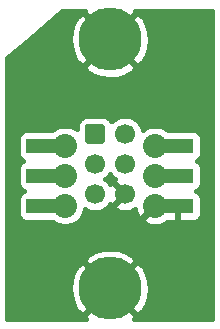
<source format=gbr>
%TF.GenerationSoftware,KiCad,Pcbnew,(5.1.8)-1*%
%TF.CreationDate,2021-11-24T15:46:35-08:00*%
%TF.ProjectId,ISP_SMT_Pogo_6p,4953505f-534d-4545-9f50-6f676f5f3670,rev?*%
%TF.SameCoordinates,Original*%
%TF.FileFunction,Copper,L2,Bot*%
%TF.FilePolarity,Positive*%
%FSLAX46Y46*%
G04 Gerber Fmt 4.6, Leading zero omitted, Abs format (unit mm)*
G04 Created by KiCad (PCBNEW (5.1.8)-1) date 2021-11-24 15:46:35*
%MOMM*%
%LPD*%
G01*
G04 APERTURE LIST*
%TA.AperFunction,SMDPad,CuDef*%
%ADD10R,2.540000X1.270000*%
%TD*%
%TA.AperFunction,ComponentPad*%
%ADD11C,2.032000*%
%TD*%
%TA.AperFunction,ComponentPad*%
%ADD12C,1.700000*%
%TD*%
%TA.AperFunction,ComponentPad*%
%ADD13C,5.334000*%
%TD*%
%TA.AperFunction,Conductor*%
%ADD14C,0.250000*%
%TD*%
%TA.AperFunction,Conductor*%
%ADD15C,0.508000*%
%TD*%
%TA.AperFunction,Conductor*%
%ADD16C,0.381000*%
%TD*%
%TA.AperFunction,Conductor*%
%ADD17C,0.100000*%
%TD*%
G04 APERTURE END LIST*
D10*
%TO.P,J2,1*%
%TO.N,/MISO*%
X134408000Y-76591000D03*
%TO.P,J2,5*%
%TO.N,/RST*%
X134408000Y-81691000D03*
%TO.P,J2,3*%
%TO.N,/SCK*%
X134408000Y-79091000D03*
%TO.P,J2,4*%
%TO.N,/MOSI*%
X146008000Y-79091000D03*
%TO.P,J2,6*%
%TO.N,/GND*%
X146008000Y-81691000D03*
%TO.P,J2,2*%
%TO.N,/VCC*%
X146008000Y-76591000D03*
D11*
%TO.P,J2,6*%
%TO.N,/GND*%
X144018000Y-81661000D03*
%TO.P,J2,4*%
%TO.N,/MOSI*%
X144018000Y-79121000D03*
%TO.P,J2,5*%
%TO.N,/RST*%
X136398000Y-81661000D03*
%TO.P,J2,3*%
%TO.N,/SCK*%
X136398000Y-79121000D03*
%TO.P,J2,1*%
%TO.N,/MISO*%
X136398000Y-76581000D03*
%TO.P,J2,2*%
%TO.N,/VCC*%
X144018000Y-76581000D03*
%TD*%
D12*
%TO.P,J1,6*%
%TO.N,/GND*%
X141478000Y-80645000D03*
%TO.P,J1,4*%
%TO.N,/MOSI*%
X141478000Y-78105000D03*
%TO.P,J1,2*%
%TO.N,/VCC*%
X141478000Y-75565000D03*
%TO.P,J1,5*%
%TO.N,/RST*%
X138938000Y-80645000D03*
%TO.P,J1,3*%
%TO.N,/SCK*%
X138938000Y-78105000D03*
%TO.P,J1,1*%
%TO.N,/MISO*%
%TA.AperFunction,ComponentPad*%
G36*
G01*
X138088000Y-76165000D02*
X138088000Y-74965000D01*
G75*
G02*
X138338000Y-74715000I250000J0D01*
G01*
X139538000Y-74715000D01*
G75*
G02*
X139788000Y-74965000I0J-250000D01*
G01*
X139788000Y-76165000D01*
G75*
G02*
X139538000Y-76415000I-250000J0D01*
G01*
X138338000Y-76415000D01*
G75*
G02*
X138088000Y-76165000I0J250000D01*
G01*
G37*
%TD.AperFunction*%
%TD*%
D13*
%TO.P,H2,2*%
%TO.N,/GND*%
X140208000Y-88646000D03*
%TD*%
%TO.P,H1,1*%
%TO.N,/GND*%
X140208000Y-67564000D03*
%TD*%
D14*
%TO.N,/GND*%
X145978000Y-81661000D02*
X146008000Y-81691000D01*
D15*
X146008000Y-81691000D02*
X146008000Y-83778000D01*
D14*
%TO.N,/MOSI*%
X144048000Y-79091000D02*
X144018000Y-79121000D01*
X146008000Y-79091000D02*
X144048000Y-79091000D01*
%TO.N,/RST*%
X134438000Y-81661000D02*
X134408000Y-81691000D01*
X136398000Y-81661000D02*
X134438000Y-81661000D01*
%TO.N,/SCK*%
X134438000Y-79121000D02*
X134408000Y-79091000D01*
X136398000Y-79121000D02*
X134438000Y-79121000D01*
%TO.N,/MISO*%
X134418000Y-76581000D02*
X134408000Y-76591000D01*
X136398000Y-76581000D02*
X134418000Y-76581000D01*
%TO.N,/VCC*%
X144028000Y-76591000D02*
X144018000Y-76581000D01*
X146008000Y-76591000D02*
X144028000Y-76591000D01*
%TD*%
D16*
%TO.N,/GND*%
X137985542Y-65251740D02*
X140208000Y-67474197D01*
X142430458Y-65251740D01*
X142343855Y-65112500D01*
X148882500Y-65112500D01*
X148882501Y-91224500D01*
X142264865Y-91224500D01*
X142430458Y-90958260D01*
X140208000Y-88735803D01*
X137985542Y-90958260D01*
X138151135Y-91224500D01*
X131533500Y-91224500D01*
X131533500Y-88576706D01*
X136826926Y-88576706D01*
X136878375Y-89237653D01*
X137057778Y-89875862D01*
X137358242Y-90466808D01*
X137435237Y-90582039D01*
X137895740Y-90868458D01*
X140118197Y-88646000D01*
X140297803Y-88646000D01*
X142520260Y-90868458D01*
X142980763Y-90582039D01*
X143305187Y-90003900D01*
X143510588Y-89373577D01*
X143589074Y-88715294D01*
X143537625Y-88054347D01*
X143358222Y-87416138D01*
X143057758Y-86825192D01*
X142980763Y-86709961D01*
X142520260Y-86423542D01*
X140297803Y-88646000D01*
X140118197Y-88646000D01*
X137895740Y-86423542D01*
X137435237Y-86709961D01*
X137110813Y-87288100D01*
X136905412Y-87918423D01*
X136826926Y-88576706D01*
X131533500Y-88576706D01*
X131533500Y-86333740D01*
X137985542Y-86333740D01*
X140208000Y-88556197D01*
X142430458Y-86333740D01*
X142144039Y-85873237D01*
X141565900Y-85548813D01*
X140935577Y-85343412D01*
X140277294Y-85264926D01*
X139616347Y-85316375D01*
X138978138Y-85495778D01*
X138387192Y-85796242D01*
X138271961Y-85873237D01*
X137985542Y-86333740D01*
X131533500Y-86333740D01*
X131533500Y-75956000D01*
X132436121Y-75956000D01*
X132436121Y-77226000D01*
X132449607Y-77362930D01*
X132489548Y-77494597D01*
X132554409Y-77615943D01*
X132641697Y-77722303D01*
X132748057Y-77809591D01*
X132806819Y-77841000D01*
X132748057Y-77872409D01*
X132641697Y-77959697D01*
X132554409Y-78066057D01*
X132489548Y-78187403D01*
X132449607Y-78319070D01*
X132436121Y-78456000D01*
X132436121Y-79726000D01*
X132449607Y-79862930D01*
X132489548Y-79994597D01*
X132554409Y-80115943D01*
X132641697Y-80222303D01*
X132748057Y-80309591D01*
X132869403Y-80374452D01*
X132923954Y-80391000D01*
X132869403Y-80407548D01*
X132748057Y-80472409D01*
X132641697Y-80559697D01*
X132554409Y-80666057D01*
X132489548Y-80787403D01*
X132449607Y-80919070D01*
X132436121Y-81056000D01*
X132436121Y-82326000D01*
X132449607Y-82462930D01*
X132489548Y-82594597D01*
X132554409Y-82715943D01*
X132641697Y-82822303D01*
X132748057Y-82909591D01*
X132869403Y-82974452D01*
X133001070Y-83014393D01*
X133138000Y-83027879D01*
X135357661Y-83027879D01*
X135585880Y-83180370D01*
X135897899Y-83309613D01*
X136229136Y-83375500D01*
X136566864Y-83375500D01*
X136898101Y-83309613D01*
X137210120Y-83180370D01*
X137490930Y-82992739D01*
X137729739Y-82753930D01*
X137917370Y-82473120D01*
X138046613Y-82161101D01*
X138090391Y-81941012D01*
X138204510Y-82017263D01*
X138486319Y-82133992D01*
X138785486Y-82193500D01*
X139090514Y-82193500D01*
X139389681Y-82133992D01*
X139671490Y-82017263D01*
X139925112Y-81847799D01*
X140140799Y-81632112D01*
X140218212Y-81516255D01*
X140457356Y-81575841D01*
X141388197Y-80645000D01*
X140457356Y-79714159D01*
X140218212Y-79773745D01*
X140140799Y-79657888D01*
X139925112Y-79442201D01*
X139824538Y-79375000D01*
X139925112Y-79307799D01*
X140140799Y-79092112D01*
X140208000Y-78991538D01*
X140275201Y-79092112D01*
X140490888Y-79307799D01*
X140606745Y-79385212D01*
X140547159Y-79624356D01*
X141478000Y-80555197D01*
X141492142Y-80541055D01*
X141581945Y-80630858D01*
X141567803Y-80645000D01*
X141581945Y-80659142D01*
X141492142Y-80748945D01*
X141478000Y-80734803D01*
X140547159Y-81665644D01*
X140615544Y-81940101D01*
X140884778Y-82083472D01*
X141176808Y-82171564D01*
X141480413Y-82200991D01*
X141783926Y-82170622D01*
X142075681Y-82081625D01*
X142323300Y-81949271D01*
X142327505Y-81993040D01*
X142424765Y-82316459D01*
X142583252Y-82614689D01*
X142587852Y-82621573D01*
X142879298Y-82709900D01*
X143928197Y-81661000D01*
X143914055Y-81646858D01*
X144003858Y-81557055D01*
X144018000Y-81571197D01*
X144032142Y-81557055D01*
X144036121Y-81561034D01*
X144036121Y-81760966D01*
X144032142Y-81764945D01*
X144018000Y-81750803D01*
X142969100Y-82799702D01*
X143057427Y-83091148D01*
X143354892Y-83251067D01*
X143677840Y-83349880D01*
X144013861Y-83383791D01*
X144350040Y-83351495D01*
X144673459Y-83254235D01*
X144971689Y-83095748D01*
X144978573Y-83091148D01*
X144997748Y-83027879D01*
X147278000Y-83027879D01*
X147414930Y-83014393D01*
X147546597Y-82974452D01*
X147667943Y-82909591D01*
X147774303Y-82822303D01*
X147861591Y-82715943D01*
X147926452Y-82594597D01*
X147966393Y-82462930D01*
X147979879Y-82326000D01*
X147979879Y-81056000D01*
X147966393Y-80919070D01*
X147926452Y-80787403D01*
X147861591Y-80666057D01*
X147774303Y-80559697D01*
X147667943Y-80472409D01*
X147546597Y-80407548D01*
X147492046Y-80391000D01*
X147546597Y-80374452D01*
X147667943Y-80309591D01*
X147774303Y-80222303D01*
X147861591Y-80115943D01*
X147926452Y-79994597D01*
X147966393Y-79862930D01*
X147979879Y-79726000D01*
X147979879Y-78456000D01*
X147966393Y-78319070D01*
X147926452Y-78187403D01*
X147861591Y-78066057D01*
X147774303Y-77959697D01*
X147667943Y-77872409D01*
X147609181Y-77841000D01*
X147667943Y-77809591D01*
X147774303Y-77722303D01*
X147861591Y-77615943D01*
X147926452Y-77494597D01*
X147966393Y-77362930D01*
X147979879Y-77226000D01*
X147979879Y-75956000D01*
X147966393Y-75819070D01*
X147926452Y-75687403D01*
X147861591Y-75566057D01*
X147774303Y-75459697D01*
X147667943Y-75372409D01*
X147546597Y-75307548D01*
X147414930Y-75267607D01*
X147278000Y-75254121D01*
X145115790Y-75254121D01*
X145110930Y-75249261D01*
X144830120Y-75061630D01*
X144518101Y-74932387D01*
X144186864Y-74866500D01*
X143849136Y-74866500D01*
X143517899Y-74932387D01*
X143205880Y-75061630D01*
X142985942Y-75208588D01*
X142966992Y-75113319D01*
X142850263Y-74831510D01*
X142680799Y-74577888D01*
X142465112Y-74362201D01*
X142211490Y-74192737D01*
X141929681Y-74076008D01*
X141630514Y-74016500D01*
X141325486Y-74016500D01*
X141026319Y-74076008D01*
X140744510Y-74192737D01*
X140490888Y-74362201D01*
X140359925Y-74493164D01*
X140329458Y-74436164D01*
X140211080Y-74291920D01*
X140066836Y-74173542D01*
X139902268Y-74085578D01*
X139723702Y-74031411D01*
X139538000Y-74013121D01*
X138338000Y-74013121D01*
X138152298Y-74031411D01*
X137973732Y-74085578D01*
X137809164Y-74173542D01*
X137664920Y-74291920D01*
X137546542Y-74436164D01*
X137458578Y-74600732D01*
X137404411Y-74779298D01*
X137386121Y-74965000D01*
X137386121Y-75179230D01*
X137210120Y-75061630D01*
X136898101Y-74932387D01*
X136566864Y-74866500D01*
X136229136Y-74866500D01*
X135897899Y-74932387D01*
X135585880Y-75061630D01*
X135305070Y-75249261D01*
X135300210Y-75254121D01*
X133138000Y-75254121D01*
X133001070Y-75267607D01*
X132869403Y-75307548D01*
X132748057Y-75372409D01*
X132641697Y-75459697D01*
X132554409Y-75566057D01*
X132489548Y-75687403D01*
X132449607Y-75819070D01*
X132436121Y-75956000D01*
X131533500Y-75956000D01*
X131533500Y-69876260D01*
X137985542Y-69876260D01*
X138271961Y-70336763D01*
X138850100Y-70661187D01*
X139480423Y-70866588D01*
X140138706Y-70945074D01*
X140799653Y-70893625D01*
X141437862Y-70714222D01*
X142028808Y-70413758D01*
X142144039Y-70336763D01*
X142430458Y-69876260D01*
X140208000Y-67653803D01*
X137985542Y-69876260D01*
X131533500Y-69876260D01*
X131533500Y-69162300D01*
X133439322Y-67494706D01*
X136826926Y-67494706D01*
X136878375Y-68155653D01*
X137057778Y-68793862D01*
X137358242Y-69384808D01*
X137435237Y-69500039D01*
X137895740Y-69786458D01*
X140118197Y-67564000D01*
X140297803Y-67564000D01*
X142520260Y-69786458D01*
X142980763Y-69500039D01*
X143305187Y-68921900D01*
X143510588Y-68291577D01*
X143589074Y-67633294D01*
X143537625Y-66972347D01*
X143358222Y-66334138D01*
X143057758Y-65743192D01*
X142980763Y-65627961D01*
X142520260Y-65341542D01*
X140297803Y-67564000D01*
X140118197Y-67564000D01*
X137895740Y-65341542D01*
X137435237Y-65627961D01*
X137110813Y-66206100D01*
X136905412Y-66836423D01*
X136826926Y-67494706D01*
X133439322Y-67494706D01*
X136161844Y-65112500D01*
X138072145Y-65112500D01*
X137985542Y-65251740D01*
%TA.AperFunction,Conductor*%
D17*
G36*
X137985542Y-65251740D02*
G01*
X140208000Y-67474197D01*
X142430458Y-65251740D01*
X142343855Y-65112500D01*
X148882500Y-65112500D01*
X148882501Y-91224500D01*
X142264865Y-91224500D01*
X142430458Y-90958260D01*
X140208000Y-88735803D01*
X137985542Y-90958260D01*
X138151135Y-91224500D01*
X131533500Y-91224500D01*
X131533500Y-88576706D01*
X136826926Y-88576706D01*
X136878375Y-89237653D01*
X137057778Y-89875862D01*
X137358242Y-90466808D01*
X137435237Y-90582039D01*
X137895740Y-90868458D01*
X140118197Y-88646000D01*
X140297803Y-88646000D01*
X142520260Y-90868458D01*
X142980763Y-90582039D01*
X143305187Y-90003900D01*
X143510588Y-89373577D01*
X143589074Y-88715294D01*
X143537625Y-88054347D01*
X143358222Y-87416138D01*
X143057758Y-86825192D01*
X142980763Y-86709961D01*
X142520260Y-86423542D01*
X140297803Y-88646000D01*
X140118197Y-88646000D01*
X137895740Y-86423542D01*
X137435237Y-86709961D01*
X137110813Y-87288100D01*
X136905412Y-87918423D01*
X136826926Y-88576706D01*
X131533500Y-88576706D01*
X131533500Y-86333740D01*
X137985542Y-86333740D01*
X140208000Y-88556197D01*
X142430458Y-86333740D01*
X142144039Y-85873237D01*
X141565900Y-85548813D01*
X140935577Y-85343412D01*
X140277294Y-85264926D01*
X139616347Y-85316375D01*
X138978138Y-85495778D01*
X138387192Y-85796242D01*
X138271961Y-85873237D01*
X137985542Y-86333740D01*
X131533500Y-86333740D01*
X131533500Y-75956000D01*
X132436121Y-75956000D01*
X132436121Y-77226000D01*
X132449607Y-77362930D01*
X132489548Y-77494597D01*
X132554409Y-77615943D01*
X132641697Y-77722303D01*
X132748057Y-77809591D01*
X132806819Y-77841000D01*
X132748057Y-77872409D01*
X132641697Y-77959697D01*
X132554409Y-78066057D01*
X132489548Y-78187403D01*
X132449607Y-78319070D01*
X132436121Y-78456000D01*
X132436121Y-79726000D01*
X132449607Y-79862930D01*
X132489548Y-79994597D01*
X132554409Y-80115943D01*
X132641697Y-80222303D01*
X132748057Y-80309591D01*
X132869403Y-80374452D01*
X132923954Y-80391000D01*
X132869403Y-80407548D01*
X132748057Y-80472409D01*
X132641697Y-80559697D01*
X132554409Y-80666057D01*
X132489548Y-80787403D01*
X132449607Y-80919070D01*
X132436121Y-81056000D01*
X132436121Y-82326000D01*
X132449607Y-82462930D01*
X132489548Y-82594597D01*
X132554409Y-82715943D01*
X132641697Y-82822303D01*
X132748057Y-82909591D01*
X132869403Y-82974452D01*
X133001070Y-83014393D01*
X133138000Y-83027879D01*
X135357661Y-83027879D01*
X135585880Y-83180370D01*
X135897899Y-83309613D01*
X136229136Y-83375500D01*
X136566864Y-83375500D01*
X136898101Y-83309613D01*
X137210120Y-83180370D01*
X137490930Y-82992739D01*
X137729739Y-82753930D01*
X137917370Y-82473120D01*
X138046613Y-82161101D01*
X138090391Y-81941012D01*
X138204510Y-82017263D01*
X138486319Y-82133992D01*
X138785486Y-82193500D01*
X139090514Y-82193500D01*
X139389681Y-82133992D01*
X139671490Y-82017263D01*
X139925112Y-81847799D01*
X140140799Y-81632112D01*
X140218212Y-81516255D01*
X140457356Y-81575841D01*
X141388197Y-80645000D01*
X140457356Y-79714159D01*
X140218212Y-79773745D01*
X140140799Y-79657888D01*
X139925112Y-79442201D01*
X139824538Y-79375000D01*
X139925112Y-79307799D01*
X140140799Y-79092112D01*
X140208000Y-78991538D01*
X140275201Y-79092112D01*
X140490888Y-79307799D01*
X140606745Y-79385212D01*
X140547159Y-79624356D01*
X141478000Y-80555197D01*
X141492142Y-80541055D01*
X141581945Y-80630858D01*
X141567803Y-80645000D01*
X141581945Y-80659142D01*
X141492142Y-80748945D01*
X141478000Y-80734803D01*
X140547159Y-81665644D01*
X140615544Y-81940101D01*
X140884778Y-82083472D01*
X141176808Y-82171564D01*
X141480413Y-82200991D01*
X141783926Y-82170622D01*
X142075681Y-82081625D01*
X142323300Y-81949271D01*
X142327505Y-81993040D01*
X142424765Y-82316459D01*
X142583252Y-82614689D01*
X142587852Y-82621573D01*
X142879298Y-82709900D01*
X143928197Y-81661000D01*
X143914055Y-81646858D01*
X144003858Y-81557055D01*
X144018000Y-81571197D01*
X144032142Y-81557055D01*
X144036121Y-81561034D01*
X144036121Y-81760966D01*
X144032142Y-81764945D01*
X144018000Y-81750803D01*
X142969100Y-82799702D01*
X143057427Y-83091148D01*
X143354892Y-83251067D01*
X143677840Y-83349880D01*
X144013861Y-83383791D01*
X144350040Y-83351495D01*
X144673459Y-83254235D01*
X144971689Y-83095748D01*
X144978573Y-83091148D01*
X144997748Y-83027879D01*
X147278000Y-83027879D01*
X147414930Y-83014393D01*
X147546597Y-82974452D01*
X147667943Y-82909591D01*
X147774303Y-82822303D01*
X147861591Y-82715943D01*
X147926452Y-82594597D01*
X147966393Y-82462930D01*
X147979879Y-82326000D01*
X147979879Y-81056000D01*
X147966393Y-80919070D01*
X147926452Y-80787403D01*
X147861591Y-80666057D01*
X147774303Y-80559697D01*
X147667943Y-80472409D01*
X147546597Y-80407548D01*
X147492046Y-80391000D01*
X147546597Y-80374452D01*
X147667943Y-80309591D01*
X147774303Y-80222303D01*
X147861591Y-80115943D01*
X147926452Y-79994597D01*
X147966393Y-79862930D01*
X147979879Y-79726000D01*
X147979879Y-78456000D01*
X147966393Y-78319070D01*
X147926452Y-78187403D01*
X147861591Y-78066057D01*
X147774303Y-77959697D01*
X147667943Y-77872409D01*
X147609181Y-77841000D01*
X147667943Y-77809591D01*
X147774303Y-77722303D01*
X147861591Y-77615943D01*
X147926452Y-77494597D01*
X147966393Y-77362930D01*
X147979879Y-77226000D01*
X147979879Y-75956000D01*
X147966393Y-75819070D01*
X147926452Y-75687403D01*
X147861591Y-75566057D01*
X147774303Y-75459697D01*
X147667943Y-75372409D01*
X147546597Y-75307548D01*
X147414930Y-75267607D01*
X147278000Y-75254121D01*
X145115790Y-75254121D01*
X145110930Y-75249261D01*
X144830120Y-75061630D01*
X144518101Y-74932387D01*
X144186864Y-74866500D01*
X143849136Y-74866500D01*
X143517899Y-74932387D01*
X143205880Y-75061630D01*
X142985942Y-75208588D01*
X142966992Y-75113319D01*
X142850263Y-74831510D01*
X142680799Y-74577888D01*
X142465112Y-74362201D01*
X142211490Y-74192737D01*
X141929681Y-74076008D01*
X141630514Y-74016500D01*
X141325486Y-74016500D01*
X141026319Y-74076008D01*
X140744510Y-74192737D01*
X140490888Y-74362201D01*
X140359925Y-74493164D01*
X140329458Y-74436164D01*
X140211080Y-74291920D01*
X140066836Y-74173542D01*
X139902268Y-74085578D01*
X139723702Y-74031411D01*
X139538000Y-74013121D01*
X138338000Y-74013121D01*
X138152298Y-74031411D01*
X137973732Y-74085578D01*
X137809164Y-74173542D01*
X137664920Y-74291920D01*
X137546542Y-74436164D01*
X137458578Y-74600732D01*
X137404411Y-74779298D01*
X137386121Y-74965000D01*
X137386121Y-75179230D01*
X137210120Y-75061630D01*
X136898101Y-74932387D01*
X136566864Y-74866500D01*
X136229136Y-74866500D01*
X135897899Y-74932387D01*
X135585880Y-75061630D01*
X135305070Y-75249261D01*
X135300210Y-75254121D01*
X133138000Y-75254121D01*
X133001070Y-75267607D01*
X132869403Y-75307548D01*
X132748057Y-75372409D01*
X132641697Y-75459697D01*
X132554409Y-75566057D01*
X132489548Y-75687403D01*
X132449607Y-75819070D01*
X132436121Y-75956000D01*
X131533500Y-75956000D01*
X131533500Y-69876260D01*
X137985542Y-69876260D01*
X138271961Y-70336763D01*
X138850100Y-70661187D01*
X139480423Y-70866588D01*
X140138706Y-70945074D01*
X140799653Y-70893625D01*
X141437862Y-70714222D01*
X142028808Y-70413758D01*
X142144039Y-70336763D01*
X142430458Y-69876260D01*
X140208000Y-67653803D01*
X137985542Y-69876260D01*
X131533500Y-69876260D01*
X131533500Y-69162300D01*
X133439322Y-67494706D01*
X136826926Y-67494706D01*
X136878375Y-68155653D01*
X137057778Y-68793862D01*
X137358242Y-69384808D01*
X137435237Y-69500039D01*
X137895740Y-69786458D01*
X140118197Y-67564000D01*
X140297803Y-67564000D01*
X142520260Y-69786458D01*
X142980763Y-69500039D01*
X143305187Y-68921900D01*
X143510588Y-68291577D01*
X143589074Y-67633294D01*
X143537625Y-66972347D01*
X143358222Y-66334138D01*
X143057758Y-65743192D01*
X142980763Y-65627961D01*
X142520260Y-65341542D01*
X140297803Y-67564000D01*
X140118197Y-67564000D01*
X137895740Y-65341542D01*
X137435237Y-65627961D01*
X137110813Y-66206100D01*
X136905412Y-66836423D01*
X136826926Y-67494706D01*
X133439322Y-67494706D01*
X136161844Y-65112500D01*
X138072145Y-65112500D01*
X137985542Y-65251740D01*
G37*
%TD.AperFunction*%
%TD*%
M02*

</source>
